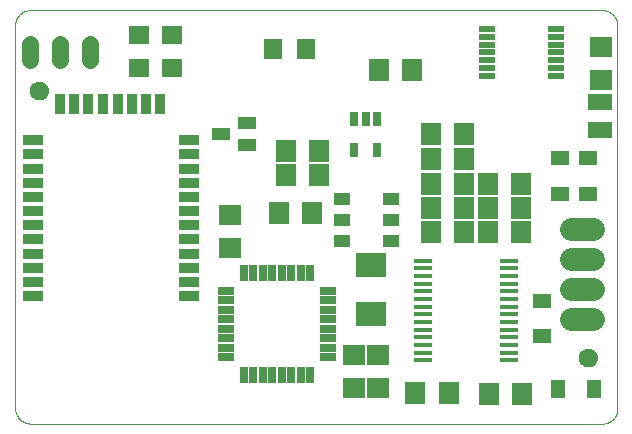
<source format=gts>
G75*
%MOIN*%
%OFA0B0*%
%FSLAX25Y25*%
%IPPOS*%
%LPD*%
%AMOC8*
5,1,8,0,0,1.08239X$1,22.5*
%
%ADD10C,0.00000*%
%ADD11C,0.06306*%
%ADD12R,0.06699X0.03550*%
%ADD13R,0.03550X0.06699*%
%ADD14R,0.05124X0.05912*%
%ADD15R,0.06699X0.07487*%
%ADD16R,0.05912X0.05124*%
%ADD17R,0.02565X0.05124*%
%ADD18R,0.05912X0.06699*%
%ADD19R,0.06699X0.05912*%
%ADD20R,0.08400X0.05400*%
%ADD21C,0.05600*%
%ADD22R,0.05912X0.04337*%
%ADD23R,0.05512X0.01969*%
%ADD24R,0.07487X0.06699*%
%ADD25R,0.05400X0.02600*%
%ADD26R,0.02600X0.05400*%
%ADD27R,0.09849X0.07880*%
%ADD28R,0.05900X0.01770*%
%ADD29R,0.05715X0.04337*%
%ADD30C,0.07800*%
D10*
X0012311Y0006800D02*
X0202587Y0006800D01*
X0202727Y0006802D01*
X0202867Y0006808D01*
X0203007Y0006818D01*
X0203147Y0006831D01*
X0203286Y0006849D01*
X0203425Y0006871D01*
X0203562Y0006896D01*
X0203700Y0006925D01*
X0203836Y0006958D01*
X0203971Y0006995D01*
X0204105Y0007036D01*
X0204238Y0007081D01*
X0204370Y0007129D01*
X0204500Y0007181D01*
X0204629Y0007236D01*
X0204756Y0007295D01*
X0204882Y0007358D01*
X0205006Y0007424D01*
X0205127Y0007493D01*
X0205247Y0007566D01*
X0205365Y0007643D01*
X0205480Y0007722D01*
X0205594Y0007805D01*
X0205704Y0007891D01*
X0205813Y0007980D01*
X0205919Y0008072D01*
X0206022Y0008167D01*
X0206123Y0008264D01*
X0206220Y0008365D01*
X0206315Y0008468D01*
X0206407Y0008574D01*
X0206496Y0008683D01*
X0206582Y0008793D01*
X0206665Y0008907D01*
X0206744Y0009022D01*
X0206821Y0009140D01*
X0206894Y0009260D01*
X0206963Y0009381D01*
X0207029Y0009505D01*
X0207092Y0009631D01*
X0207151Y0009758D01*
X0207206Y0009887D01*
X0207258Y0010017D01*
X0207306Y0010149D01*
X0207351Y0010282D01*
X0207392Y0010416D01*
X0207429Y0010551D01*
X0207462Y0010687D01*
X0207491Y0010825D01*
X0207516Y0010962D01*
X0207538Y0011101D01*
X0207556Y0011240D01*
X0207569Y0011380D01*
X0207579Y0011520D01*
X0207585Y0011660D01*
X0207587Y0011800D01*
X0207587Y0139595D01*
X0207585Y0139735D01*
X0207579Y0139875D01*
X0207569Y0140015D01*
X0207556Y0140155D01*
X0207538Y0140294D01*
X0207516Y0140433D01*
X0207491Y0140570D01*
X0207462Y0140708D01*
X0207429Y0140844D01*
X0207392Y0140979D01*
X0207351Y0141113D01*
X0207306Y0141246D01*
X0207258Y0141378D01*
X0207206Y0141508D01*
X0207151Y0141637D01*
X0207092Y0141764D01*
X0207029Y0141890D01*
X0206963Y0142014D01*
X0206894Y0142135D01*
X0206821Y0142255D01*
X0206744Y0142373D01*
X0206665Y0142488D01*
X0206582Y0142602D01*
X0206496Y0142712D01*
X0206407Y0142821D01*
X0206315Y0142927D01*
X0206220Y0143030D01*
X0206123Y0143131D01*
X0206022Y0143228D01*
X0205919Y0143323D01*
X0205813Y0143415D01*
X0205704Y0143504D01*
X0205594Y0143590D01*
X0205480Y0143673D01*
X0205365Y0143752D01*
X0205247Y0143829D01*
X0205127Y0143902D01*
X0205006Y0143971D01*
X0204882Y0144037D01*
X0204756Y0144100D01*
X0204629Y0144159D01*
X0204500Y0144214D01*
X0204370Y0144266D01*
X0204238Y0144314D01*
X0204105Y0144359D01*
X0203971Y0144400D01*
X0203836Y0144437D01*
X0203700Y0144470D01*
X0203562Y0144499D01*
X0203425Y0144524D01*
X0203286Y0144546D01*
X0203147Y0144564D01*
X0203007Y0144577D01*
X0202867Y0144587D01*
X0202727Y0144593D01*
X0202587Y0144595D01*
X0011819Y0144595D01*
X0011678Y0144593D01*
X0011538Y0144588D01*
X0011397Y0144578D01*
X0011257Y0144564D01*
X0011117Y0144547D01*
X0010978Y0144526D01*
X0010839Y0144500D01*
X0010702Y0144471D01*
X0010565Y0144438D01*
X0010429Y0144401D01*
X0010294Y0144360D01*
X0010160Y0144316D01*
X0010028Y0144268D01*
X0009897Y0144216D01*
X0009768Y0144160D01*
X0009640Y0144101D01*
X0009514Y0144038D01*
X0009389Y0143972D01*
X0009267Y0143902D01*
X0009147Y0143829D01*
X0009029Y0143752D01*
X0008913Y0143673D01*
X0008799Y0143590D01*
X0008687Y0143503D01*
X0008578Y0143414D01*
X0008472Y0143322D01*
X0008368Y0143226D01*
X0008267Y0143128D01*
X0008169Y0143027D01*
X0008074Y0142924D01*
X0007982Y0142817D01*
X0007892Y0142708D01*
X0007806Y0142597D01*
X0007723Y0142483D01*
X0007643Y0142367D01*
X0007567Y0142249D01*
X0007493Y0142129D01*
X0007424Y0142006D01*
X0007357Y0141882D01*
X0007294Y0141756D01*
X0007235Y0141628D01*
X0007180Y0141499D01*
X0007128Y0141368D01*
X0007079Y0141236D01*
X0007035Y0141102D01*
X0006994Y0140967D01*
X0006957Y0140831D01*
X0006924Y0140694D01*
X0006895Y0140557D01*
X0006870Y0140418D01*
X0006848Y0140279D01*
X0006831Y0140139D01*
X0006817Y0139999D01*
X0006807Y0139858D01*
X0006802Y0139718D01*
X0006800Y0139577D01*
X0006800Y0011780D01*
X0006810Y0011636D01*
X0006823Y0011492D01*
X0006841Y0011348D01*
X0006862Y0011205D01*
X0006888Y0011063D01*
X0006917Y0010921D01*
X0006950Y0010780D01*
X0006987Y0010641D01*
X0007028Y0010502D01*
X0007073Y0010364D01*
X0007121Y0010228D01*
X0007173Y0010093D01*
X0007229Y0009959D01*
X0007289Y0009828D01*
X0007352Y0009697D01*
X0007418Y0009569D01*
X0007488Y0009442D01*
X0007562Y0009318D01*
X0007639Y0009195D01*
X0007719Y0009075D01*
X0007803Y0008957D01*
X0007890Y0008841D01*
X0007980Y0008728D01*
X0008073Y0008617D01*
X0008169Y0008509D01*
X0008268Y0008404D01*
X0008370Y0008301D01*
X0008474Y0008201D01*
X0008581Y0008104D01*
X0008691Y0008010D01*
X0008804Y0007919D01*
X0008919Y0007831D01*
X0009036Y0007747D01*
X0009156Y0007665D01*
X0009278Y0007587D01*
X0009402Y0007512D01*
X0009527Y0007441D01*
X0009655Y0007373D01*
X0009785Y0007309D01*
X0009916Y0007249D01*
X0010049Y0007192D01*
X0010184Y0007138D01*
X0010320Y0007089D01*
X0010457Y0007043D01*
X0010595Y0007001D01*
X0010735Y0006963D01*
X0010875Y0006928D01*
X0011017Y0006898D01*
X0011159Y0006871D01*
X0011302Y0006848D01*
X0011445Y0006830D01*
X0011589Y0006815D01*
X0011733Y0006804D01*
X0011878Y0006797D01*
X0012022Y0006794D01*
X0012167Y0006795D01*
X0012312Y0006800D01*
X0194847Y0028800D02*
X0194849Y0028908D01*
X0194855Y0029017D01*
X0194865Y0029125D01*
X0194879Y0029232D01*
X0194897Y0029339D01*
X0194918Y0029446D01*
X0194944Y0029551D01*
X0194974Y0029656D01*
X0195007Y0029759D01*
X0195044Y0029861D01*
X0195085Y0029961D01*
X0195129Y0030060D01*
X0195178Y0030158D01*
X0195229Y0030253D01*
X0195284Y0030346D01*
X0195343Y0030438D01*
X0195405Y0030527D01*
X0195470Y0030614D01*
X0195538Y0030698D01*
X0195609Y0030780D01*
X0195683Y0030859D01*
X0195760Y0030935D01*
X0195840Y0031009D01*
X0195923Y0031079D01*
X0196008Y0031147D01*
X0196095Y0031211D01*
X0196185Y0031272D01*
X0196277Y0031330D01*
X0196371Y0031384D01*
X0196467Y0031435D01*
X0196564Y0031482D01*
X0196664Y0031526D01*
X0196765Y0031566D01*
X0196867Y0031602D01*
X0196970Y0031634D01*
X0197075Y0031663D01*
X0197181Y0031687D01*
X0197287Y0031708D01*
X0197394Y0031725D01*
X0197502Y0031738D01*
X0197610Y0031747D01*
X0197719Y0031752D01*
X0197827Y0031753D01*
X0197936Y0031750D01*
X0198044Y0031743D01*
X0198152Y0031732D01*
X0198259Y0031717D01*
X0198366Y0031698D01*
X0198472Y0031675D01*
X0198577Y0031649D01*
X0198682Y0031618D01*
X0198784Y0031584D01*
X0198886Y0031546D01*
X0198986Y0031504D01*
X0199085Y0031459D01*
X0199182Y0031410D01*
X0199276Y0031357D01*
X0199369Y0031301D01*
X0199460Y0031242D01*
X0199549Y0031179D01*
X0199635Y0031114D01*
X0199719Y0031045D01*
X0199800Y0030973D01*
X0199878Y0030898D01*
X0199954Y0030820D01*
X0200027Y0030739D01*
X0200097Y0030656D01*
X0200163Y0030571D01*
X0200227Y0030483D01*
X0200287Y0030392D01*
X0200344Y0030300D01*
X0200397Y0030205D01*
X0200447Y0030109D01*
X0200493Y0030011D01*
X0200536Y0029911D01*
X0200575Y0029810D01*
X0200610Y0029707D01*
X0200642Y0029604D01*
X0200669Y0029499D01*
X0200693Y0029393D01*
X0200713Y0029286D01*
X0200729Y0029179D01*
X0200741Y0029071D01*
X0200749Y0028963D01*
X0200753Y0028854D01*
X0200753Y0028746D01*
X0200749Y0028637D01*
X0200741Y0028529D01*
X0200729Y0028421D01*
X0200713Y0028314D01*
X0200693Y0028207D01*
X0200669Y0028101D01*
X0200642Y0027996D01*
X0200610Y0027893D01*
X0200575Y0027790D01*
X0200536Y0027689D01*
X0200493Y0027589D01*
X0200447Y0027491D01*
X0200397Y0027395D01*
X0200344Y0027300D01*
X0200287Y0027208D01*
X0200227Y0027117D01*
X0200163Y0027029D01*
X0200097Y0026944D01*
X0200027Y0026861D01*
X0199954Y0026780D01*
X0199878Y0026702D01*
X0199800Y0026627D01*
X0199719Y0026555D01*
X0199635Y0026486D01*
X0199549Y0026421D01*
X0199460Y0026358D01*
X0199369Y0026299D01*
X0199277Y0026243D01*
X0199182Y0026190D01*
X0199085Y0026141D01*
X0198986Y0026096D01*
X0198886Y0026054D01*
X0198784Y0026016D01*
X0198682Y0025982D01*
X0198577Y0025951D01*
X0198472Y0025925D01*
X0198366Y0025902D01*
X0198259Y0025883D01*
X0198152Y0025868D01*
X0198044Y0025857D01*
X0197936Y0025850D01*
X0197827Y0025847D01*
X0197719Y0025848D01*
X0197610Y0025853D01*
X0197502Y0025862D01*
X0197394Y0025875D01*
X0197287Y0025892D01*
X0197181Y0025913D01*
X0197075Y0025937D01*
X0196970Y0025966D01*
X0196867Y0025998D01*
X0196765Y0026034D01*
X0196664Y0026074D01*
X0196564Y0026118D01*
X0196467Y0026165D01*
X0196371Y0026216D01*
X0196277Y0026270D01*
X0196185Y0026328D01*
X0196095Y0026389D01*
X0196008Y0026453D01*
X0195923Y0026521D01*
X0195840Y0026591D01*
X0195760Y0026665D01*
X0195683Y0026741D01*
X0195609Y0026820D01*
X0195538Y0026902D01*
X0195470Y0026986D01*
X0195405Y0027073D01*
X0195343Y0027162D01*
X0195284Y0027254D01*
X0195229Y0027347D01*
X0195178Y0027442D01*
X0195129Y0027540D01*
X0195085Y0027639D01*
X0195044Y0027739D01*
X0195007Y0027841D01*
X0194974Y0027944D01*
X0194944Y0028049D01*
X0194918Y0028154D01*
X0194897Y0028261D01*
X0194879Y0028368D01*
X0194865Y0028475D01*
X0194855Y0028583D01*
X0194849Y0028692D01*
X0194847Y0028800D01*
X0011847Y0117800D02*
X0011849Y0117908D01*
X0011855Y0118017D01*
X0011865Y0118125D01*
X0011879Y0118232D01*
X0011897Y0118339D01*
X0011918Y0118446D01*
X0011944Y0118551D01*
X0011974Y0118656D01*
X0012007Y0118759D01*
X0012044Y0118861D01*
X0012085Y0118961D01*
X0012129Y0119060D01*
X0012178Y0119158D01*
X0012229Y0119253D01*
X0012284Y0119346D01*
X0012343Y0119438D01*
X0012405Y0119527D01*
X0012470Y0119614D01*
X0012538Y0119698D01*
X0012609Y0119780D01*
X0012683Y0119859D01*
X0012760Y0119935D01*
X0012840Y0120009D01*
X0012923Y0120079D01*
X0013008Y0120147D01*
X0013095Y0120211D01*
X0013185Y0120272D01*
X0013277Y0120330D01*
X0013371Y0120384D01*
X0013467Y0120435D01*
X0013564Y0120482D01*
X0013664Y0120526D01*
X0013765Y0120566D01*
X0013867Y0120602D01*
X0013970Y0120634D01*
X0014075Y0120663D01*
X0014181Y0120687D01*
X0014287Y0120708D01*
X0014394Y0120725D01*
X0014502Y0120738D01*
X0014610Y0120747D01*
X0014719Y0120752D01*
X0014827Y0120753D01*
X0014936Y0120750D01*
X0015044Y0120743D01*
X0015152Y0120732D01*
X0015259Y0120717D01*
X0015366Y0120698D01*
X0015472Y0120675D01*
X0015577Y0120649D01*
X0015682Y0120618D01*
X0015784Y0120584D01*
X0015886Y0120546D01*
X0015986Y0120504D01*
X0016085Y0120459D01*
X0016182Y0120410D01*
X0016276Y0120357D01*
X0016369Y0120301D01*
X0016460Y0120242D01*
X0016549Y0120179D01*
X0016635Y0120114D01*
X0016719Y0120045D01*
X0016800Y0119973D01*
X0016878Y0119898D01*
X0016954Y0119820D01*
X0017027Y0119739D01*
X0017097Y0119656D01*
X0017163Y0119571D01*
X0017227Y0119483D01*
X0017287Y0119392D01*
X0017344Y0119300D01*
X0017397Y0119205D01*
X0017447Y0119109D01*
X0017493Y0119011D01*
X0017536Y0118911D01*
X0017575Y0118810D01*
X0017610Y0118707D01*
X0017642Y0118604D01*
X0017669Y0118499D01*
X0017693Y0118393D01*
X0017713Y0118286D01*
X0017729Y0118179D01*
X0017741Y0118071D01*
X0017749Y0117963D01*
X0017753Y0117854D01*
X0017753Y0117746D01*
X0017749Y0117637D01*
X0017741Y0117529D01*
X0017729Y0117421D01*
X0017713Y0117314D01*
X0017693Y0117207D01*
X0017669Y0117101D01*
X0017642Y0116996D01*
X0017610Y0116893D01*
X0017575Y0116790D01*
X0017536Y0116689D01*
X0017493Y0116589D01*
X0017447Y0116491D01*
X0017397Y0116395D01*
X0017344Y0116300D01*
X0017287Y0116208D01*
X0017227Y0116117D01*
X0017163Y0116029D01*
X0017097Y0115944D01*
X0017027Y0115861D01*
X0016954Y0115780D01*
X0016878Y0115702D01*
X0016800Y0115627D01*
X0016719Y0115555D01*
X0016635Y0115486D01*
X0016549Y0115421D01*
X0016460Y0115358D01*
X0016369Y0115299D01*
X0016277Y0115243D01*
X0016182Y0115190D01*
X0016085Y0115141D01*
X0015986Y0115096D01*
X0015886Y0115054D01*
X0015784Y0115016D01*
X0015682Y0114982D01*
X0015577Y0114951D01*
X0015472Y0114925D01*
X0015366Y0114902D01*
X0015259Y0114883D01*
X0015152Y0114868D01*
X0015044Y0114857D01*
X0014936Y0114850D01*
X0014827Y0114847D01*
X0014719Y0114848D01*
X0014610Y0114853D01*
X0014502Y0114862D01*
X0014394Y0114875D01*
X0014287Y0114892D01*
X0014181Y0114913D01*
X0014075Y0114937D01*
X0013970Y0114966D01*
X0013867Y0114998D01*
X0013765Y0115034D01*
X0013664Y0115074D01*
X0013564Y0115118D01*
X0013467Y0115165D01*
X0013371Y0115216D01*
X0013277Y0115270D01*
X0013185Y0115328D01*
X0013095Y0115389D01*
X0013008Y0115453D01*
X0012923Y0115521D01*
X0012840Y0115591D01*
X0012760Y0115665D01*
X0012683Y0115741D01*
X0012609Y0115820D01*
X0012538Y0115902D01*
X0012470Y0115986D01*
X0012405Y0116073D01*
X0012343Y0116162D01*
X0012284Y0116254D01*
X0012229Y0116347D01*
X0012178Y0116442D01*
X0012129Y0116540D01*
X0012085Y0116639D01*
X0012044Y0116739D01*
X0012007Y0116841D01*
X0011974Y0116944D01*
X0011944Y0117049D01*
X0011918Y0117154D01*
X0011897Y0117261D01*
X0011879Y0117368D01*
X0011865Y0117475D01*
X0011855Y0117583D01*
X0011849Y0117692D01*
X0011847Y0117800D01*
D11*
X0014800Y0117800D03*
X0197800Y0028800D03*
D12*
X0064721Y0049316D03*
X0064721Y0054040D03*
X0064721Y0058765D03*
X0064721Y0063489D03*
X0064721Y0068213D03*
X0064721Y0072938D03*
X0064721Y0077662D03*
X0064721Y0082387D03*
X0064721Y0087111D03*
X0064721Y0091835D03*
X0064721Y0096560D03*
X0064721Y0101284D03*
X0012753Y0101284D03*
X0012753Y0096560D03*
X0012753Y0091835D03*
X0012753Y0087111D03*
X0012753Y0082387D03*
X0012753Y0077662D03*
X0012753Y0072938D03*
X0012753Y0068213D03*
X0012753Y0063489D03*
X0012753Y0058765D03*
X0012753Y0054040D03*
X0012753Y0049316D03*
D13*
X0021808Y0113292D03*
X0026532Y0113292D03*
X0031257Y0113292D03*
X0035981Y0113292D03*
X0040993Y0113292D03*
X0045717Y0113292D03*
X0050442Y0113292D03*
X0055166Y0113292D03*
D14*
X0187894Y0018500D03*
X0199706Y0018500D03*
D15*
X0175681Y0016524D03*
X0164657Y0016524D03*
X0151300Y0017041D03*
X0140276Y0017041D03*
X0145288Y0070800D03*
X0156312Y0070800D03*
X0164288Y0070800D03*
X0164288Y0078800D03*
X0156312Y0078800D03*
X0145288Y0078800D03*
X0145288Y0086800D03*
X0156312Y0086800D03*
X0164288Y0086800D03*
X0175312Y0086800D03*
X0175312Y0078800D03*
X0175312Y0070800D03*
X0156312Y0095050D03*
X0145288Y0095050D03*
X0145288Y0103300D03*
X0156312Y0103300D03*
X0139062Y0124800D03*
X0128038Y0124800D03*
X0108120Y0097617D03*
X0097097Y0097617D03*
X0097081Y0089580D03*
X0108105Y0089580D03*
X0105700Y0076893D03*
X0094676Y0076893D03*
D16*
X0182600Y0047706D03*
X0182600Y0035894D03*
X0188300Y0083394D03*
X0197900Y0083394D03*
X0197900Y0095206D03*
X0188300Y0095206D03*
D17*
X0127423Y0098072D03*
X0119943Y0098072D03*
X0119943Y0108309D03*
X0123683Y0108309D03*
X0127423Y0108309D03*
D18*
X0103929Y0131560D03*
X0092906Y0131560D03*
D19*
X0059000Y0136512D03*
X0048250Y0136512D03*
X0048250Y0125488D03*
X0059000Y0125488D03*
D20*
X0201800Y0113861D03*
X0201800Y0104688D03*
D21*
X0031757Y0128011D02*
X0031757Y0133211D01*
X0021757Y0133211D02*
X0021757Y0128011D01*
X0011757Y0128011D02*
X0011757Y0133211D01*
D22*
X0075550Y0103262D03*
X0084211Y0099522D03*
X0084211Y0107002D03*
D23*
X0164182Y0122843D03*
X0164182Y0125402D03*
X0164182Y0127961D03*
X0164182Y0130520D03*
X0164182Y0133080D03*
X0164182Y0135639D03*
X0164182Y0138198D03*
X0187017Y0138198D03*
X0187017Y0135639D03*
X0187017Y0133080D03*
X0187017Y0130520D03*
X0187017Y0127961D03*
X0187017Y0125402D03*
X0187017Y0122843D03*
D24*
X0202196Y0121470D03*
X0202196Y0132494D03*
X0078361Y0076419D03*
X0078361Y0065395D03*
X0119647Y0029708D03*
X0127926Y0029653D03*
X0127926Y0018629D03*
X0119647Y0018684D03*
D25*
X0110980Y0029013D03*
X0110980Y0032162D03*
X0110980Y0035312D03*
X0110980Y0038461D03*
X0110980Y0041611D03*
X0110980Y0044761D03*
X0110980Y0047910D03*
X0110980Y0051060D03*
X0077180Y0051060D03*
X0077180Y0047910D03*
X0077180Y0044761D03*
X0077180Y0041611D03*
X0077180Y0038461D03*
X0077180Y0035312D03*
X0077180Y0032162D03*
X0077180Y0029013D03*
D26*
X0083056Y0023136D03*
X0086206Y0023136D03*
X0089355Y0023136D03*
X0092505Y0023136D03*
X0095654Y0023136D03*
X0098804Y0023136D03*
X0101954Y0023136D03*
X0105103Y0023136D03*
X0105103Y0056936D03*
X0101954Y0056936D03*
X0098804Y0056936D03*
X0095654Y0056936D03*
X0092505Y0056936D03*
X0089355Y0056936D03*
X0086206Y0056936D03*
X0083056Y0056936D03*
D27*
X0125590Y0059713D03*
X0125590Y0043513D03*
D28*
X0142694Y0043229D03*
X0142694Y0045788D03*
X0142694Y0048347D03*
X0142694Y0050906D03*
X0142694Y0053465D03*
X0142694Y0056024D03*
X0142694Y0058583D03*
X0142694Y0061143D03*
X0171481Y0061143D03*
X0171481Y0058583D03*
X0171481Y0056024D03*
X0171481Y0053465D03*
X0171481Y0050906D03*
X0171481Y0048347D03*
X0171481Y0045788D03*
X0171481Y0043229D03*
X0171481Y0040670D03*
X0171481Y0038111D03*
X0171481Y0035552D03*
X0171481Y0032993D03*
X0171481Y0030434D03*
X0171481Y0027875D03*
X0142694Y0027875D03*
X0142694Y0030434D03*
X0142694Y0032993D03*
X0142694Y0035552D03*
X0142694Y0038111D03*
X0142694Y0040670D03*
D29*
X0132076Y0067821D03*
X0132076Y0074711D03*
X0132076Y0081600D03*
X0115776Y0081600D03*
X0115776Y0074711D03*
X0115776Y0067821D03*
D30*
X0192100Y0071800D02*
X0199500Y0071800D01*
X0199500Y0061800D02*
X0192100Y0061800D01*
X0192100Y0051800D02*
X0199500Y0051800D01*
X0199500Y0041800D02*
X0192100Y0041800D01*
M02*

</source>
